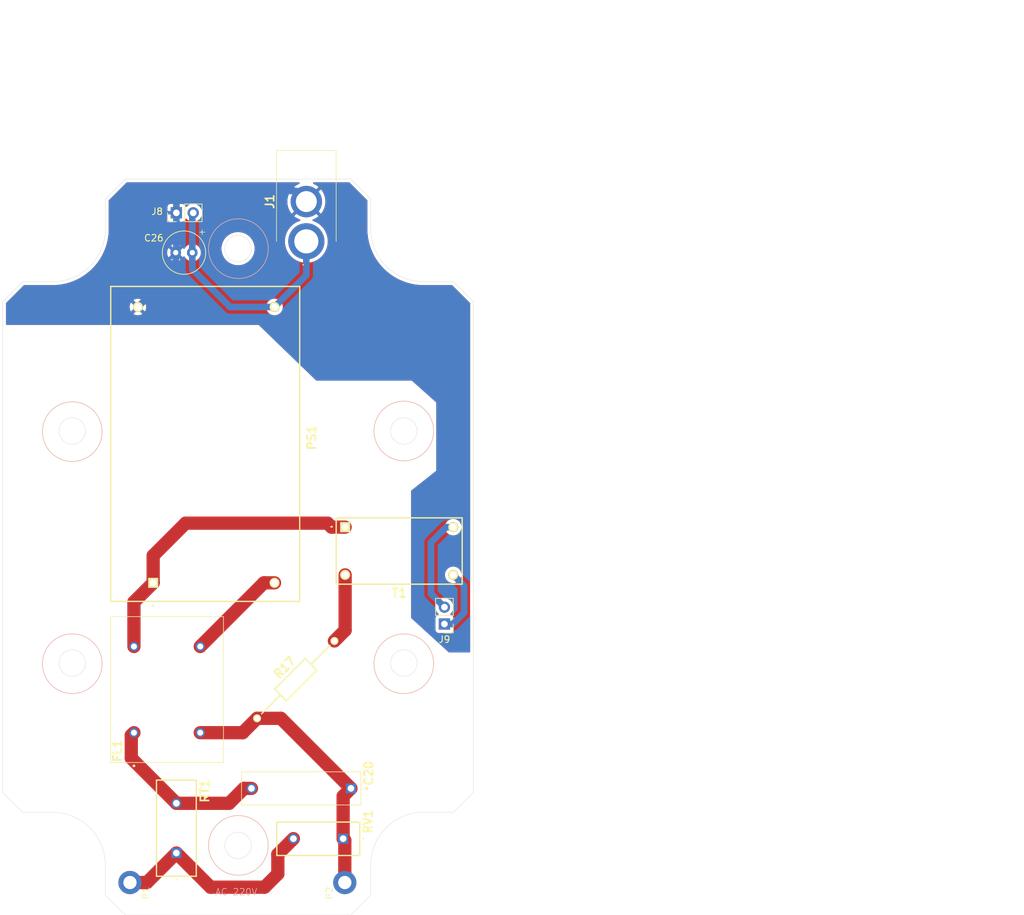
<source format=kicad_pcb>
(kicad_pcb (version 20240108) (generator "pcbnew") (generator_version "8.0")
  (layers (0 "F.Cu" signal) (31 "B.Cu" signal) (34 "B.Paste" user) (35 "F.Paste" user) (36 "B.SilkS" user "B.Silkscreen") (37 "F.SilkS" user "F.Silkscreen") (38 "B.Mask" user) (39 "F.Mask" user) (44 "Edge.Cuts" user))
  (net 0 "")
  (net 1 "/analog/Vp_ssh")
  (net 2 "/interface/Vp_h")
  (net 3 "/power/FL1_out1_sh")
  (net 4 "/power/FL1_out2_sh")
  (net 5 "/analog/Vn_h")
  (net 6 "/power/FL1_in1_sh")
  (net 7 "/interface/5V_bot")
  (net 8 "/interface/GND_bot")
  (net 9 "/analog/PT2_bot")
  (net 10 "/analog/PT1_bot")
  (footprint "Connector_PinHeader_2.54mm:PinHeader_1x02_P2.54mm_Vertical" (layer "F.Cu") (at 139 54.7 90)
    (property "Reference" "J8" (at 0.2 -2.9 0) (layer "F.SilkS"))
    (property "Value" "Conn_01x02")
    (fp_line (start -1.33 -1.33) (end 0 -1.33) (stroke (width 0.12)) (layer "F.SilkS"))
    (fp_line (start -1.33 0) (end -1.33 -1.33) (stroke (width 0.12)) (layer "F.SilkS"))
    (fp_line (start 1.33 1.27) (end 1.33 3.87) (stroke (width 0.12)) (layer "F.SilkS"))
    (fp_line (start -1.33 1.27) (end 1.33 1.27) (stroke (width 0.12)) (layer "F.SilkS"))
    (fp_line (start -1.33 1.27) (end -1.33 3.87) (stroke (width 0.12)) (layer "F.SilkS"))
    (fp_line (start -1.33 3.87) (end 1.33 3.87) (stroke (width 0.12)) (layer "F.SilkS"))
    (pad "1" thru_hole rect (at 0 0 90) (size 1.7 1.7) (drill 1) (layers "*.Cu" "*.Mask") (net 8 "/interface/GND_bot"))
    (pad "2" thru_hole oval (at 0 2.54 90) (size 1.7 1.7) (drill 1) (layers "*.Cu" "*.Mask") (net 7 "/interface/5V_bot"))
  )
  (footprint "Connector_PinHeader_2.54mm:PinHeader_1x02_P2.54mm_Vertical" (layer "F.Cu") (at 179.426722 116.708843 180)
    (property "Reference" "J9" (at 0 -2.33 0) (layer "F.SilkS"))
    (property "Value" "Conn_01x02")
    (fp_line (start 1.33 1.27) (end 1.33 3.87) (stroke (width 0.12)) (layer "F.SilkS"))
    (fp_line (start -1.33 3.87) (end 1.33 3.87) (stroke (width 0.12)) (layer "F.SilkS"))
    (fp_line (start -1.33 1.27) (end 1.33 1.27) (stroke (width 0.12)) (layer "F.SilkS"))
    (fp_line (start -1.33 1.27) (end -1.33 3.87) (stroke (width 0.12)) (layer "F.SilkS"))
    (fp_line (start -1.33 0) (end -1.33 -1.33) (stroke (width 0.12)) (layer "F.SilkS"))
    (fp_line (start -1.33 -1.33) (end 0 -1.33) (stroke (width 0.12)) (layer "F.SilkS"))
    (pad "1" thru_hole rect (at 0 0 180) (size 1.7 1.7) (drill 1) (layers "*.Cu" "*.Mask") (net 10 "/analog/PT1_bot"))
    (pad "2" thru_hole oval (at 0 2.54 180) (size 1.7 1.7) (drill 1) (layers "*.Cu" "*.Mask") (net 9 "/analog/PT2_bot"))
  )
  (footprint "Mouser:PAD_Hole_D2mm" (layer "F.Cu") (at 132 155.7 90)
    (property "Reference" "P1" (at -1.6 2.4 90) (layer "F.SilkS") (effects (font (thickness 0.1))))
    (property "Value" "~")
    (pad "1" thru_hole circle (at 0 0 90) (size 3.5 3.5) (drill 2) (layers "*.Cu" "*.Mask") (net 2 "/interface/Vp_h"))
  )
  (footprint "Mouser:ZMPT1071" (layer "F.Cu") (at 164.45 102.1)
    (property "Reference" "T1" (at 8.175 9.95 0) (layer "F.SilkS") (effects (font (size 1.27 1.27) (thickness 0.254))))
    (property "Value" "ZMPT107-1" (hide yes))
    (fp_line (start -2 0) (end -2 0) (stroke (width 0.1)) (layer "F.SilkS"))
    (fp_line (start -2 0) (end -2 0) (stroke (width 0.1)) (layer "F.SilkS"))
    (fp_line (start -1.9 0) (end -1.9 0) (stroke (width 0.1)) (layer "F.SilkS"))
    (fp_line (start -1.35 -1.4) (end 17.65 -1.4) (stroke (width 0.2)) (layer "F.SilkS"))
    (fp_line (start -1.35 8.6) (end -1.35 -1.4) (stroke (width 0.2)) (layer "F.SilkS"))
    (fp_line (start 17.65 -1.4) (end 17.65 8.6) (stroke (width 0.2)) (layer "F.SilkS"))
    (fp_line (start 17.65 8.6) (end -1.35 8.6) (stroke (width 0.2)) (layer "F.SilkS"))
    (fp_arc (start -2.2 0) (mid -2.05 -0.15) (end -1.9 0) (stroke (width 0.1)) (layer "F.SilkS"))
    (fp_arc (start -2.1 0) (mid -2.05 -0.05) (end -2 0) (stroke (width 0.1)) (layer "F.SilkS"))
    (fp_arc (start -2.1 0) (mid -2.05 -0.05) (end -2 0) (stroke (width 0.1)) (layer "F.SilkS"))
    (pad "1" thru_hole rect (at 0 0 90) (size 1.5 1.5) (drill 1) (layers "*.Cu" "*.Mask" "F.SilkS") (net 3 "/power/FL1_out1_sh"))
    (pad "2" thru_hole circle (at 0 7.2 90) (size 1.5 1.5) (drill 1) (layers "*.Cu" "*.Mask" "F.SilkS") (net 1 "/analog/Vp_ssh"))
    (pad "3" thru_hole circle (at 16.3 0 90) (size 1.5 1.5) (drill 1) (layers "*.Cu" "*.Mask" "F.SilkS") (net 9 "/analog/PT2_bot"))
    (pad "4" thru_hole circle (at 16.3 7.2 90) (size 1.5 1.5) (drill 1) (layers "*.Cu" "*.Mask" "F.SilkS") (net 10 "/analog/PT1_bot"))
  )
  (footprint "Mouser:NTC10D11" (layer "F.Cu") (at 139 151.25 90)
    (property "Reference" "RT1" (at 9.35 4.3 90) (layer "F.SilkS") (effects (font (size 1.27 1.27) (thickness 0.254))))
    (property "Value" "NTC10D-11" (hide yes))
    (fp_line (start 11 -3) (end 11 3) (stroke (width 0.2)) (layer "F.SilkS"))
    (fp_line (start -3.5 -3) (end 11 -3) (stroke (width 0.2)) (layer "F.SilkS"))
    (fp_line (start -4 0) (end -4 0) (stroke (width 0.1)) (layer "F.SilkS"))
    (fp_line (start -4.1 0) (end -4.1 0) (stroke (width 0.1)) (layer "F.SilkS"))
    (fp_line (start 11 3) (end -3.5 3) (stroke (width 0.2)) (layer "F.SilkS"))
    (fp_line (start -3.5 3) (end -3.5 -3) (stroke (width 0.2)) (layer "F.SilkS"))
    (fp_arc (start -4 0) (mid -4.05 0.05) (end -4.1 0) (stroke (width 0.1)) (layer "F.SilkS"))
    (fp_arc (start -4.1 0) (mid -4.05 -0.05) (end -4 0) (stroke (width 0.1)) (layer "F.SilkS"))
    (pad "1" thru_hole rect (at 0 0 90) (size 1.5 1.5) (drill 1) (layers "*.Cu" "*.Mask") (net 2 "/interface/Vp_h"))
    (pad "2" thru_hole circle (at 7.5 0 90) (size 1.5 1.5) (drill 1) (layers "*.Cu" "*.Mask") (net 6 "/power/FL1_in1_sh"))
  )
  (footprint "Mouser:HLK15M05C" (layer "F.Cu") (at 135.5 110.5 90)
    (property "Reference" "PS1" (at 21.9 23.9 90) (layer "F.SilkS") (effects (font (size 1.27 1.27) (thickness 0.254))))
    (property "Value" "HLK-15M05C" (hide yes))
    (fp_line (start 44.7 -6.4) (end -2.8 -6.4) (stroke (width 0.2)) (layer "F.SilkS"))
    (fp_line (start -2.8 -6.4) (end -2.8 22.1) (stroke (width 0.2)) (layer "F.SilkS"))
    (fp_line (start -3.4 0) (end -3.4 0) (stroke (width 0.2)) (layer "F.SilkS"))
    (fp_line (start -3.5 0) (end -3.5 0) (stroke (width 0.2)) (layer "F.SilkS"))
    (fp_line (start -3.5 0) (end -3.5 0) (stroke (width 0.2)) (layer "F.SilkS"))
    (fp_line (start 44.7 22.1) (end 44.7 -6.4) (stroke (width 0.2)) (layer "F.SilkS"))
    (fp_line (start -2.8 22.1) (end 44.7 22.1) (stroke (width 0.2)) (layer "F.SilkS"))
    (fp_arc (start -3.4 0) (mid -3.45 0.05) (end -3.5 0) (stroke (width 0.2)) (layer "F.SilkS"))
    (fp_arc (start -3.4 0) (mid -3.45 0.05) (end -3.5 0) (stroke (width 0.2)) (layer "F.SilkS"))
    (fp_arc (start -3.5 0) (mid -3.45 -0.05) (end -3.4 0) (stroke (width 0.2)) (layer "F.SilkS"))
    (pad "1" thru_hole rect (at 0 0 180) (size 1.5 1.5) (drill 1) (layers "*.Cu" "*.Mask" "F.SilkS") (net 3 "/power/FL1_out1_sh"))
    (pad "2" thru_hole circle (at 0 18.3 180) (size 1.5 1.5) (drill 1) (layers "*.Cu" "*.Mask" "F.SilkS") (net 4 "/power/FL1_out2_sh"))
    (pad "3" thru_hole circle (at 41.6 -2.3 180) (size 1.5 1.5) (drill 1) (layers "*.Cu" "*.Mask" "F.SilkS") (net 8 "/interface/GND_bot"))
    (pad "4" thru_hole circle (at 41.6 18.3 180) (size 1.5 1.5) (drill 1) (layers "*.Cu" "*.Mask" "F.SilkS") (net 7 "/interface/5V_bot"))
  )
  (footprint "Mouser:RESAD1650W60L650D250" (layer "F.Cu") (at 151.166369 130.933631 45)
    (property "Reference" "R17" (at 8.349999 -2.475001 45) (layer "F.SilkS") (effects (font (size 1.27 1.27) (thickness 0.254))))
    (property "Value" "1MΩ 1W" (hide yes))
    (fp_line (start 0.949999 0.000001) (end 5 0) (stroke (width 0.2)) (layer "F.SilkS"))
    (fp_line (start 4.999999 -1.250001) (end 11.499999 -1.250001) (stroke (width 0.2)) (layer "F.SilkS"))
    (fp_line (start 5 1.250001) (end 4.999999 -1.250001) (stroke (width 0.2)) (layer "F.SilkS"))
    (fp_line (start 11.499999 -1.250001) (end 11.5 1.250001) (stroke (width 0.2)) (layer "F.SilkS"))
    (fp_line (start 11.5 0) (end 15.549999 0) (stroke (width 0.2)) (layer "F.SilkS"))
    (fp_line (start 11.5 1.250001) (end 5 1.250001) (stroke (width 0.2)) (layer "F.SilkS"))
    (pad "1" thru_hole circle (at 0 0 135) (size 1.2 1.2) (drill 0.8) (layers "*.Cu" "*.Mask" "F.SilkS") (net 5 "/analog/Vn_h"))
    (pad "2" thru_hole circle (at 16.5 0 135) (size 1.2 1.2) (drill 0.8) (layers "*.Cu" "*.Mask" "F.SilkS") (net 1 "/analog/Vp_ssh"))
  )
  (footprint "Mouser:PAD_Hole_D2mm" (layer "F.Cu") (at 164.4 155.7 90)
    (property "Reference" "P2" (at -1.6 -2.3 90) (layer "F.SilkS") (effects (font (thickness 0.1))))
    (property "Value" "~")
    (pad "1" thru_hole circle (at 0 0 90) (size 3.5 3.5) (drill 2) (layers "*.Cu" "*.Mask") (net 5 "/analog/Vn_h"))
  )
  (footprint "Mouser:MOV10D391K" (layer "F.Cu") (at 164.15 149.08 180)
    (property "Reference" "RV1" (at -3.75 2.58 90) (layer "F.SilkS") (effects (font (size 1.27 1.27) (thickness 0.254))))
    (property "Value" "MOV-10D391K" (hide yes))
    (fp_line (start 10 2.5) (end -2.5 2.5) (stroke (width 0.2)) (layer "F.SilkS"))
    (fp_line (start 10 -2.54) (end 10 2.5) (stroke (width 0.2)) (layer "F.SilkS"))
    (fp_line (start -2.5 2.5) (end -2.5 -2.54) (stroke (width 0.2)) (layer "F.SilkS"))
    (fp_line (start -2.5 -2.54) (end 10 -2.54) (stroke (width 0.2)) (layer "F.SilkS"))
    (fp_line (start -3 0) (end -3 0) (stroke (width 0.1)) (layer "F.SilkS"))
    (fp_line (start -3.1 0) (end -3.1 0) (stroke (width 0.1)) (layer "F.SilkS"))
    (fp_arc (start -3 0) (mid -3.05 0.05) (end -3.1 0) (stroke (width 0.1)) (layer "F.SilkS"))
    (fp_arc (start -3.1 0) (mid -3.05 -0.05) (end -3 0) (stroke (width 0.1)) (layer "F.SilkS"))
    (pad "1" thru_hole rect (at 0 0 180) (size 1.5 1.5) (drill 1) (layers "*.Cu" "*.Mask") (net 5 "/analog/Vn_h"))
    (pad "2" thru_hole circle (at 7.5 0 180) (size 1.5 1.5) (drill 1) (layers "*.Cu" "*.Mask") (net 2 "/interface/Vp_h"))
  )
  (footprint "Capacitor_THT:C_Radial_D6.3mm_H11.0mm_P2.50mm" (layer "F.Cu") (at 141.4 60.7 180)
    (property "Reference" "C26" (at 5.8 2.2 0) (layer "F.SilkS"))
    (property "Value" "220uF 16V 105℃")
    (fp_circle (center 1.25 0) (end 4.52 0) (stroke (width 0.12)) (fill none) (layer "F.SilkS"))
    (pad "1" thru_hole circle (at 0 0 180) (size 1.6 1.6) (drill 0.8) (layers "*.Cu" "*.Mask") (net 7 "/interface/5V_bot"))
    (pad "2" thru_hole circle (at 2.5 0 180) (size 1.6 1.6) (drill 0.8) (layers "*.Cu" "*.Mask") (net 8 "/interface/GND_bot"))
  )
  (footprint "Mouser:PJ037AH" (layer "F.Cu") (at 158.6 59 -90)
    (property "Reference" "J1" (at -6 5.5 90) (layer "F.SilkS") (effects (font (size 1.27 1.27) (thickness 0.254))))
    (property "Value" "PJ-037AH" (hide yes))
    (fp_line (start -13.7 4.5) (end -13.7 -4.5) (stroke (width 0.1)) (layer "F.SilkS"))
    (fp_line (start 0 4.5) (end -13.7 4.5) (stroke (width 0.1)) (layer "F.SilkS"))
    (fp_line (start 3.5 0.5) (end 3.5 0.5) (stroke (width 0.1)) (layer "F.SilkS"))
    (fp_line (start 3.6 0.5) (end 3.6 0.5) (stroke (width 0.1)) (layer "F.SilkS"))
    (fp_line (start -13.7 -4.5) (end 0 -4.5) (stroke (width 0.1)) (layer "F.SilkS"))
    (fp_arc (start 3.5 0.5) (mid 3.55 0.45) (end 3.6 0.5) (stroke (width 0.1)) (layer "F.SilkS"))
    (fp_arc (start 3.6 0.5) (mid 3.55 0.55) (end 3.5 0.5) (stroke (width 0.1)) (layer "F.SilkS"))
    (pad "1" thru_hole circle (at 0 0 270) (size 5.46 5.46) (drill 3.64) (layers "*.Cu" "*.Mask") (net 7 "/interface/5V_bot"))
    (pad "2" thru_hole circle (at -6 0 270) (size 4.74 4.74) (drill 3.16) (layers "*.Cu" "*.Mask") (net 8 "/interface/GND_bot"))
  )
  (footprint "Mouser:B32922X__18_X_5_" (layer "F.Cu") (at 165.325 141.5 180)
    (property "Reference" "C20" (at -2.675 2.3 90) (layer "F.SilkS") (effects (font (size 1.27 1.27) (thickness 0.254))))
    (property "Value" "X2-15B( 0.1uF / 275V)" (hide yes))
    (fp_line (start 16.5 2.5) (end -1.5 2.5) (stroke (width 0.1)) (layer "F.SilkS"))
    (fp_line (start 16.5 -2.5) (end 16.5 2.5) (stroke (width 0.1)) (layer "F.SilkS"))
    (fp_line (start -1.5 2.5) (end -1.5 -2.5) (stroke (width 0.1)) (layer "F.SilkS"))
    (fp_line (start -1.5 -2.5) (end 16.5 -2.5) (stroke (width 0.1)) (layer "F.SilkS"))
    (fp_circle (center -2.35 0) (end -2.35 0.05) (stroke (width 0.2)) (fill none) (layer "F.SilkS"))
    (pad "1" thru_hole rect (at 0 0 180) (size 1.5 1.5) (drill 1) (layers "*.Cu" "*.Mask") (net 5 "/analog/Vn_h"))
    (pad "2" thru_hole circle (at 15 0 180) (size 1.5 1.5) (drill 1) (layers "*.Cu" "*.Mask") (net 6 "/power/FL1_in1_sh"))
  )
  (footprint "Mouser:SSHB10HSR11100" (layer "F.Cu") (at 132.6 133.1 90)
    (property "Reference" "FL1" (at -2.734 -2.472 90) (layer "F.SilkS") (effects (font (size 1.27 1.27) (thickness 0.254))))
    (property "Value" "SS21V-R110100" (hide yes))
    (fp_line (start 17.5 -3.5) (end 17.5 13.5) (stroke (width 0.1)) (layer "F.SilkS"))
    (fp_line (start -4.5 -3.5) (end 17.5 -3.5) (stroke (width 0.1)) (layer "F.SilkS"))
    (fp_line (start -5 -0.1) (end -5 -0.1) (stroke (width 0.2)) (layer "F.SilkS"))
    (fp_line (start -5 0.1) (end -5 0.1) (stroke (width 0.2)) (layer "F.SilkS"))
    (fp_line (start 17.5 13.5) (end -4.5 13.5) (stroke (width 0.1)) (layer "F.SilkS"))
    (fp_line (start -4.5 13.5) (end -4.5 -3.5) (stroke (width 0.1)) (layer "F.SilkS"))
    (fp_arc (start -5 -0.1) (mid -4.9 0) (end -5 0.1) (stroke (width 0.2)) (layer "F.SilkS"))
    (fp_arc (start -5 0.1) (mid -5.1 0) (end -5 -0.1) (stroke (width 0.2)) (layer "F.SilkS"))
    (pad "1" thru_hole circle (at 0 0 90) (size 1.4 1.4) (drill 0.9) (layers "*.Cu" "*.Mask") (net 6 "/power/FL1_in1_sh"))
    (pad "2" thru_hole circle (at 0 10 90) (size 1.4 1.4) (drill 0.9) (layers "*.Cu" "*.Mask") (net 5 "/analog/Vn_h"))
    (pad "3" thru_hole circle (at 13 10 90) (size 1.4 1.4) (drill 0.9) (layers "*.Cu" "*.Mask") (net 4 "/power/FL1_out2_sh"))
    (pad "4" thru_hole circle (at 13 0 90) (size 1.4 1.4) (drill 0.9) (layers "*.Cu" "*.Mask") (net 3 "/power/FL1_out1_sh"))
  )
  (gr_circle (center 148.35 150.1) (end 143.85 150.1) (stroke (width 0.1)) (fill none) (layer "B.SilkS"))
  (gr_circle (center 173.3 87.6) (end 168.8 87.6) (stroke (width 0.1)) (fill none) (layer "B.SilkS"))
  (gr_circle (center 173.3 122.7) (end 168.8 122.7) (stroke (width 0.1)) (fill none) (layer "B.SilkS"))
  (gr_circle (center 123.3 122.7) (end 118.8 122.7) (stroke (width 0.1)) (fill none) (layer "B.SilkS"))
  (gr_circle (center 148.35 60.1) (end 143.85 60.1) (stroke (width 0.1)) (fill none) (layer "B.SilkS"))
  (gr_circle (center 123.3 87.7) (end 118.8 87.7) (stroke (width 0.1)) (fill none) (layer "B.SilkS"))
  (gr_circle (center 123.3 122.6) (end 123.3 120.6) (stroke (width 0.05)) (fill none) (layer "Edge.Cuts"))
  (gr_line (start 112.8 72.375) (end 112.8 78.375) (stroke (width 0.05)) (layer "Edge.Cuts"))
  (gr_line (start 131.3 160.6) (end 128.3 157.6) (stroke (width 0.05)) (layer "Edge.Cuts"))
  (gr_line (start 112.8 142.1) (end 112.8 122.8) (stroke (width 0.05)) (layer "Edge.Cuts"))
  (gr_arc (start 128.3 57.1) (mid 125.956854 62.756854) (end 120.3 65.1) (stroke (width 0.05)) (layer "Edge.Cuts"))
  (gr_arc (start 120.3 145.1) (mid 125.956854 147.443146) (end 128.3 153.1) (stroke (width 0.05)) (layer "Edge.Cuts"))
  (gr_circle (center 123.3 87.6) (end 123.3 85.6) (stroke (width 0.05)) (fill none) (layer "Edge.Cuts"))
  (gr_line (start 168.3 57.1) (end 168.3 52.6) (stroke (width 0.05)) (layer "Edge.Cuts"))
  (gr_line (start 112.8 116.8) (end 112.8 122.8) (stroke (width 0.05)) (layer "Edge.Cuts"))
  (gr_circle (center 173.3 122.6) (end 173.3 120.6) (stroke (width 0.05)) (fill none) (layer "Edge.Cuts"))
  (gr_line (start 120.3 145.1) (end 115.8 145.1) (stroke (width 0.05)) (layer "Edge.Cuts"))
  (gr_line (start 112.8 72.375) (end 112.8 68.1) (stroke (width 0.05)) (layer "Edge.Cuts"))
  (gr_circle (center 148.3 150.1) (end 148.3 148.1) (stroke (width 0.05)) (fill none) (layer "Edge.Cuts"))
  (gr_line (start 168.3 153.1) (end 168.3 157.6) (stroke (width 0.05)) (layer "Edge.Cuts"))
  (gr_line (start 128.3 153.1) (end 128.3 157.6) (stroke (width 0.05)) (layer "Edge.Cuts"))
  (gr_line (start 168.3 157.6) (end 165.3 160.6) (stroke (width 0.05)) (layer "Edge.Cuts"))
  (gr_line (start 131.3 49.6) (end 165.3 49.6) (stroke (width 0.05)) (layer "Edge.Cuts"))
  (gr_line (start 176.3 65.1) (end 180.8 65.1) (stroke (width 0.05)) (layer "Edge.Cuts"))
  (gr_line (start 165.3 160.6) (end 131.3 160.6) (stroke (width 0.05)) (layer "Edge.Cuts"))
  (gr_line (start 165.3 49.6) (end 168.3 52.6) (stroke (width 0.05)) (layer "Edge.Cuts"))
  (gr_line (start 112.8 116.8) (end 112.8 78.375) (stroke (width 0.05)) (layer "Edge.Cuts"))
  (gr_line (start 180.8 65.1) (end 183.8 68.1) (stroke (width 0.05)) (layer "Edge.Cuts"))
  (gr_arc (start 168.3 153.1) (mid 170.643146 147.443146) (end 176.3 145.1) (stroke (width 0.05)) (layer "Edge.Cuts"))
  (gr_line (start 120.3 65.1) (end 115.8 65.1) (stroke (width 0.05)) (layer "Edge.Cuts"))
  (gr_line (start 180.8 145.1) (end 183.8 142.1) (stroke (width 0.05)) (layer "Edge.Cuts"))
  (gr_line (start 115.8 145.1) (end 112.8 142.1) (stroke (width 0.05)) (layer "Edge.Cuts"))
  (gr_circle (center 173.3 87.6) (end 173.3 85.6) (stroke (width 0.05)) (fill none) (layer "Edge.Cuts"))
  (gr_line (start 128.3 52.6) (end 131.3 49.6) (stroke (width 0.05)) (layer "Edge.Cuts"))
  (gr_line (start 176.3 145.1) (end 180.8 145.1) (stroke (width 0.05)) (layer "Edge.Cuts"))
  (gr_circle (center 148.3 60.1) (end 148.3 58.1) (stroke (width 0.05)) (fill none) (layer "Edge.Cuts"))
  (gr_line (start 183.8 142.1) (end 183.8 68.1) (stroke (width 0.05)) (layer "Edge.Cuts"))
  (gr_line (start 112.8 68.1) (end 115.8 65.1) (stroke (width 0.05)) (layer "Edge.Cuts"))
  (gr_arc (start 176.3 65.1) (mid 170.643146 62.756854) (end 168.3 57.1) (stroke (width 0.05)) (layer "Edge.Cuts"))
  (gr_line (start 128.3 57.1) (end 128.3 52.6) (stroke (width 0.05)) (layer "Edge.Cuts"))
  (gr_text "AC 220V" (at 144.8 157.7 0) (layer "B.SilkS") (effects (font (size 1 1) (thickness 0.1)) (justify left bottom)))
  (gr_text "+" (at 143.4 58.3 90) (layer "F.SilkS") (effects (font (size 1 1) (thickness 0.1)) (justify left bottom)))
  (segment (start 164.45 117.65) (end 164.45 109.3) (width 2) (layer "F.Cu") (net 1))
  (segment (start 162.833631 119.266369) (end 164.45 117.65) (width 2) (layer "F.Cu") (net 1))
  (segment (start 152.3 156.4) (end 144.15 156.4) (width 2) (layer "F.Cu") (net 2))
  (segment (start 144.15 156.4) (end 139 151.25) (width 2) (layer "F.Cu") (net 2))
  (segment (start 134.55 155.7) (end 139 151.25) (width 2) (layer "F.Cu") (net 2))
  (segment (start 154.3 154.4) (end 152.3 156.4) (width 2) (layer "F.Cu") (net 2))
  (segment (start 132 155.7) (end 134.55 155.7) (width 2) (layer "F.Cu") (net 2))
  (segment (start 154.3 151.43) (end 154.3 154.4) (width 2) (layer "F.Cu") (net 2))
  (segment (start 156.65 149.08) (end 154.3 151.43) (width 2) (layer "F.Cu") (net 2))
  (segment (start 162.4 102.1) (end 164.45 102.1) (width 2) (layer "F.Cu") (net 3))
  (segment (start 135.5 106.4) (end 140.4 101.5) (width 2) (layer "F.Cu") (net 3))
  (segment (start 161.8 101.5) (end 162.4 102.1) (width 2) (layer "F.Cu") (net 3))
  (segment (start 140.4 101.5) (end 161.8 101.5) (width 2) (layer "F.Cu") (net 3))
  (segment (start 135.5 110.5) (end 135.5 106.4) (width 2) (layer "F.Cu") (net 3))
  (segment (start 132.6 120.1) (end 132.6 113.4) (width 2) (layer "F.Cu") (net 3))
  (segment (start 132.6 113.4) (end 135.5 110.5) (width 2) (layer "F.Cu") (net 3))
  (segment (start 152.2 110.5) (end 153.8 110.5) (width 2) (layer "F.Cu") (net 4))
  (segment (start 142.6 120.1) (end 152.2 110.5) (width 2) (layer "F.Cu") (net 4))
  (segment (start 164.15 149.08) (end 164.15 142.675) (width 2) (layer "F.Cu") (net 5))
  (segment (start 164.4 149.33) (end 164.15 149.08) (width 2) (layer "F.Cu") (net 5))
  (segment (start 165.325 141.5) (end 154.758631 130.933631) (width 2) (layer "F.Cu") (net 5))
  (segment (start 154.758631 130.933631) (end 151.166369 130.933631) (width 2) (layer "F.Cu") (net 5))
  (segment (start 149 133.1) (end 151.166369 130.933631) (width 2) (layer "F.Cu") (net 5))
  (segment (start 164.4 155.7) (end 164.4 149.33) (width 2) (layer "F.Cu") (net 5))
  (segment (start 142.6 133.1) (end 149 133.1) (width 2) (layer "F.Cu") (net 5))
  (segment (start 164.15 142.675) (end 165.325 141.5) (width 2) (layer "F.Cu") (net 5))
  (segment (start 146.95 143.75) (end 139 143.75) (width 2) (layer "F.Cu") (net 6))
  (segment (start 150.325 141.5) (end 149.2 141.5) (width 2) (layer "F.Cu") (net 6))
  (segment (start 132.2 133.5) (end 132.6 133.1) (width 2) (layer "F.Cu") (net 6))
  (segment (start 139 143.75) (end 132.2 136.95) (width 2) (layer "F.Cu") (net 6))
  (segment (start 132.2 136.95) (end 132.2 133.5) (width 2) (layer "F.Cu") (net 6))
  (segment (start 149.2 141.5) (end 146.95 143.75) (width 2) (layer "F.Cu") (net 6))
  (segment (start 141.4 60.7) (end 141.4 54.84) (width 1) (layer "B.Cu") (net 7))
  (segment (start 153.8 68.9) (end 158.6 64.1) (width 1) (layer "B.Cu") (net 7))
  (segment (start 158.6 64.1) (end 158.6 59) (width 1) (layer "B.Cu") (net 7))
  (segment (start 147.1 68.9) (end 141.4 63.2) (width 1) (layer "B.Cu") (net 7))
  (segment (start 141.4 54.84) (end 141.54 54.7) (width 0.25) (layer "B.Cu") (net 7))
  (segment (start 153.8 68.9) (end 147.1 68.9) (width 1) (layer "B.Cu") (net 7))
  (segment (start 141.4 63.2) (end 141.4 60.7) (width 1) (layer "B.Cu") (net 7))
  (segment (start 139 54.7) (end 139 60.6) (width 1) (layer "B.Cu") (net 8))
  (segment (start 139 60.6) (end 138.9 60.7) (width 0.3) (layer "B.Cu") (net 8))
  (segment (start 139 54.7) (end 139 53.1) (width 1) (layer "B.Cu") (net 8))
  (segment (start 157 51.4) (end 158.6 53) (width 1) (layer "B.Cu") (net 8))
  (segment (start 138.9 63.2) (end 133.2 68.9) (width 1) (layer "B.Cu") (net 8))
  (segment (start 140.7 51.4) (end 157 51.4) (width 1) (layer "B.Cu") (net 8))
  (segment (start 138.9 60.7) (end 138.9 63.2) (width 1) (layer "B.Cu") (net 8))
  (segment (start 139 53.1) (end 140.7 51.4) (width 1) (layer "B.Cu") (net 8))
  (segment (start 177.4 104.4) (end 179.7 102.1) (width 1) (layer "B.Cu") (net 9))
  (segment (start 177.4 112.142121) (end 177.4 104.4) (width 1) (layer "B.Cu") (net 9))
  (segment (start 179.7 102.1) (end 180.75 102.1) (width 1) (layer "B.Cu") (net 9))
  (segment (start 179.426722 114.168843) (end 177.4 112.142121) (width 1) (layer "B.Cu") (net 9))
  (segment (start 180.7 116.7) (end 180.691157 116.708843) (width 0.5) (layer "B.Cu") (net 10))
  (segment (start 182.4 115) (end 180.7 116.7) (width 1) (layer "B.Cu") (net 10))
  (segment (start 179.135565 117) (end 179.426722 116.708843) (width 0.5) (layer "B.Cu") (net 10))
  (segment (start 180.75 109.3) (end 182.4 110.95) (width 1) (layer "B.Cu") (net 10))
  (segment (start 180.691157 116.708843) (end 179.426722 116.708843) (width 1) (layer "B.Cu") (net 10))
  (segment (start 182.4 110.95) (end 182.4 115) (width 1) (layer "B.Cu") (net 10))
  (zone (net 8) (net_name "/interface/GND_bot") (layers "F&B.Cu") (priority 1) (connect_pads (clearance 0.5)) (min_thickness 0.25) (fill yes (thermal_gap 0.5) (thermal_bridge_width 0.5))
    (polygon (pts (xy 112.5 46.4) (xy 112.4 71.6) (xy 151.4 71.6) (xy 160.1 80) (xy 174.5 80) (xy 178.2 83.3) (xy 178.2 93.6) (xy 174.4 96.6) (xy 174.4 115.8) (xy 180.1 121) (xy 190.4 121) (xy 188.5 46.6)))
  )
)
</source>
